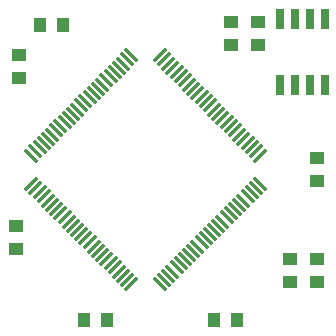
<source format=gtp>
G04 Layer_Color=8421504*
%FSLAX44Y44*%
%MOMM*%
G71*
G01*
G75*
%ADD10R,1.3000X1.0000*%
%ADD11R,1.0000X1.3000*%
%ADD12R,0.6500X1.7500*%
G04:AMPARAMS|DCode=13|XSize=1.5mm|YSize=0.3mm|CornerRadius=0mm|HoleSize=0mm|Usage=FLASHONLY|Rotation=45.000|XOffset=0mm|YOffset=0mm|HoleType=Round|Shape=Rectangle|*
%AMROTATEDRECTD13*
4,1,4,-0.4243,-0.6364,-0.6364,-0.4243,0.4243,0.6364,0.6364,0.4243,-0.4243,-0.6364,0.0*
%
%ADD13ROTATEDRECTD13*%

G04:AMPARAMS|DCode=14|XSize=1.5mm|YSize=0.3mm|CornerRadius=0mm|HoleSize=0mm|Usage=FLASHONLY|Rotation=135.000|XOffset=0mm|YOffset=0mm|HoleType=Round|Shape=Rectangle|*
%AMROTATEDRECTD14*
4,1,4,0.6364,-0.4243,0.4243,-0.6364,-0.6364,0.4243,-0.4243,0.6364,0.6364,-0.4243,0.0*
%
%ADD14ROTATEDRECTD14*%

D10*
X-130000Y-67250D02*
D03*
Y-47750D02*
D03*
X125000Y-94750D02*
D03*
Y-75250D02*
D03*
X102500D02*
D03*
Y-94750D02*
D03*
X125000Y-9750D02*
D03*
Y9750D02*
D03*
X75000Y124750D02*
D03*
Y105250D02*
D03*
X52500Y124750D02*
D03*
Y105250D02*
D03*
X-127500Y97250D02*
D03*
Y77750D02*
D03*
D11*
X-72250Y-127500D02*
D03*
X-52750D02*
D03*
X57250D02*
D03*
X37750D02*
D03*
X-109750Y122500D02*
D03*
X-90250D02*
D03*
D12*
X93450Y72000D02*
D03*
X131550Y128000D02*
D03*
X118850D02*
D03*
X106150D02*
D03*
X93450D02*
D03*
X131550Y72000D02*
D03*
X118850D02*
D03*
X106150D02*
D03*
D13*
X-116874Y-12020D02*
D03*
X-113338Y-15556D02*
D03*
X-109802Y-19091D02*
D03*
X-106267Y-22627D02*
D03*
X-102731Y-26163D02*
D03*
X-99196Y-29698D02*
D03*
X-95660Y-33234D02*
D03*
X-92125Y-36769D02*
D03*
X-88589Y-40305D02*
D03*
X-85054Y-43841D02*
D03*
X-81518Y-47376D02*
D03*
X-77983Y-50911D02*
D03*
X-74447Y-54447D02*
D03*
X-70911Y-57982D02*
D03*
X-67376Y-61518D02*
D03*
X-63840Y-65054D02*
D03*
X-60305Y-68589D02*
D03*
X-56770Y-72125D02*
D03*
X-53234Y-75660D02*
D03*
X-49698Y-79196D02*
D03*
X-46163Y-82732D02*
D03*
X-42628Y-86267D02*
D03*
X-39092Y-89802D02*
D03*
X-35556Y-93338D02*
D03*
X-32020Y-96874D02*
D03*
X76873Y12021D02*
D03*
X73338Y15556D02*
D03*
X69803Y19092D02*
D03*
X66267Y22628D02*
D03*
X62732Y26163D02*
D03*
X59195Y29699D02*
D03*
X55660Y33234D02*
D03*
X52125Y36769D02*
D03*
X48590Y40305D02*
D03*
X45054Y43841D02*
D03*
X41518Y47376D02*
D03*
X37982Y50912D02*
D03*
X34447Y54447D02*
D03*
X30912Y57983D02*
D03*
X27376Y61518D02*
D03*
X23841Y65054D02*
D03*
X20305Y68589D02*
D03*
X16769Y72125D02*
D03*
X13234Y75660D02*
D03*
X9699Y79196D02*
D03*
X6163Y82731D02*
D03*
X2627Y86267D02*
D03*
X-909Y89803D02*
D03*
X-4444Y93338D02*
D03*
X-7979Y96874D02*
D03*
D14*
Y-96874D02*
D03*
X-4444Y-93337D02*
D03*
X-909Y-89802D02*
D03*
X2627Y-86267D02*
D03*
X6163Y-82732D02*
D03*
X9699Y-79196D02*
D03*
X13234Y-75660D02*
D03*
X16769Y-72125D02*
D03*
X20305Y-68589D02*
D03*
X23841Y-65054D02*
D03*
X27376Y-61518D02*
D03*
X30912Y-57982D02*
D03*
X34447Y-54447D02*
D03*
X37982Y-50911D02*
D03*
X41518Y-47376D02*
D03*
X45054Y-43841D02*
D03*
X48589Y-40305D02*
D03*
X52125Y-36769D02*
D03*
X55660Y-33234D02*
D03*
X59195Y-29698D02*
D03*
X62732Y-26163D02*
D03*
X66267Y-22627D02*
D03*
X69803Y-19091D02*
D03*
X73338Y-15556D02*
D03*
X76873Y-12020D02*
D03*
X-32020Y96874D02*
D03*
X-35556Y93338D02*
D03*
X-39092Y89803D02*
D03*
X-42628Y86267D02*
D03*
X-46163Y82732D02*
D03*
X-49698Y79196D02*
D03*
X-53234Y75660D02*
D03*
X-56770Y72125D02*
D03*
X-60305Y68589D02*
D03*
X-63840Y65054D02*
D03*
X-67376Y61518D02*
D03*
X-70911Y57983D02*
D03*
X-74447Y54447D02*
D03*
X-77983Y50912D02*
D03*
X-81518Y47376D02*
D03*
X-85054Y43841D02*
D03*
X-88589Y40305D02*
D03*
X-92125Y36769D02*
D03*
X-95661Y33234D02*
D03*
X-99196Y29699D02*
D03*
X-102732Y26163D02*
D03*
X-106267Y22628D02*
D03*
X-109802Y19092D02*
D03*
X-113338Y15556D02*
D03*
X-116874Y12021D02*
D03*
M02*

</source>
